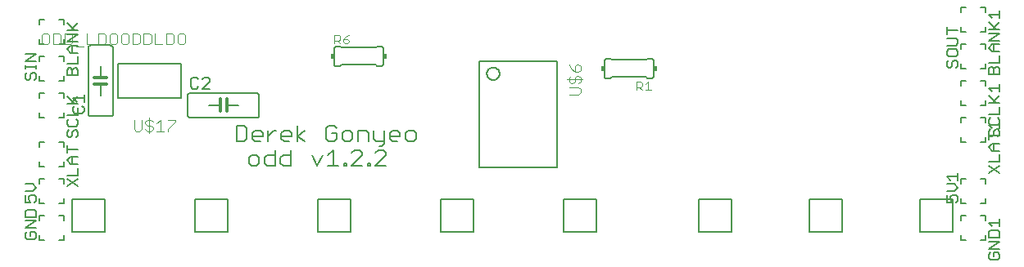
<source format=gto>
G75*
G70*
%OFA0B0*%
%FSLAX24Y24*%
%IPPOS*%
%LPD*%
%AMOC8*
5,1,8,0,0,1.08239X$1,22.5*
%
%ADD10C,0.0060*%
%ADD11C,0.0050*%
%ADD12C,0.0040*%
%ADD13R,0.0150X0.0200*%
%ADD14C,0.0120*%
D10*
X001100Y001108D02*
X001100Y001308D01*
X001100Y001108D02*
X001300Y001108D01*
X001900Y001108D02*
X002100Y001108D01*
X002100Y001308D01*
X002100Y001908D02*
X002100Y002108D01*
X001900Y002108D01*
X001300Y002108D02*
X001100Y002108D01*
X001100Y001908D01*
X001100Y002608D02*
X001100Y002808D01*
X001100Y002608D02*
X001300Y002608D01*
X001900Y002608D02*
X002100Y002608D01*
X002100Y002808D01*
X002100Y003408D02*
X002100Y003608D01*
X001900Y003608D01*
X001300Y003608D02*
X001100Y003608D01*
X001100Y003408D01*
X001100Y004108D02*
X001300Y004108D01*
X001100Y004108D02*
X001100Y004308D01*
X001900Y004108D02*
X002100Y004108D01*
X002100Y004308D01*
X002100Y004908D02*
X002100Y005108D01*
X001900Y005108D01*
X001300Y005108D02*
X001100Y005108D01*
X001100Y004908D01*
X001100Y006108D02*
X001300Y006108D01*
X001100Y006108D02*
X001100Y006308D01*
X001900Y006108D02*
X002100Y006108D01*
X002100Y006308D01*
X003100Y006258D02*
X003100Y008958D01*
X003102Y008975D01*
X003106Y008992D01*
X003113Y009008D01*
X003123Y009022D01*
X003136Y009035D01*
X003150Y009045D01*
X003166Y009052D01*
X003183Y009056D01*
X003200Y009058D01*
X004000Y009058D01*
X004017Y009056D01*
X004034Y009052D01*
X004050Y009045D01*
X004064Y009035D01*
X004077Y009022D01*
X004087Y009008D01*
X004094Y008992D01*
X004098Y008975D01*
X004100Y008958D01*
X004100Y006258D01*
X004098Y006241D01*
X004094Y006224D01*
X004087Y006208D01*
X004077Y006194D01*
X004064Y006181D01*
X004050Y006171D01*
X004034Y006164D01*
X004017Y006160D01*
X004000Y006158D01*
X003200Y006158D01*
X003183Y006160D01*
X003166Y006164D01*
X003150Y006171D01*
X003136Y006181D01*
X003123Y006194D01*
X003113Y006208D01*
X003106Y006224D01*
X003102Y006241D01*
X003100Y006258D01*
X002100Y006908D02*
X002100Y007108D01*
X001900Y007108D01*
X001300Y007108D02*
X001100Y007108D01*
X001100Y006908D01*
X001100Y007608D02*
X001100Y007808D01*
X001100Y007608D02*
X001300Y007608D01*
X001900Y007608D02*
X002100Y007608D01*
X002100Y007808D01*
X003600Y007738D02*
X003600Y008208D01*
X002100Y008408D02*
X002100Y008608D01*
X001900Y008608D01*
X001300Y008608D02*
X001100Y008608D01*
X001100Y008408D01*
X001100Y009108D02*
X001300Y009108D01*
X001100Y009108D02*
X001100Y009308D01*
X001900Y009108D02*
X002100Y009108D01*
X002100Y009308D01*
X002100Y009908D02*
X002100Y010108D01*
X001900Y010108D01*
X001300Y010108D02*
X001100Y010108D01*
X001100Y009908D01*
X003600Y007488D02*
X003600Y007008D01*
X007150Y007008D02*
X007150Y006208D01*
X007152Y006191D01*
X007156Y006174D01*
X007163Y006158D01*
X007173Y006144D01*
X007186Y006131D01*
X007200Y006121D01*
X007216Y006114D01*
X007233Y006110D01*
X007250Y006108D01*
X009950Y006108D01*
X009967Y006110D01*
X009984Y006114D01*
X010000Y006121D01*
X010014Y006131D01*
X010027Y006144D01*
X010037Y006158D01*
X010044Y006174D01*
X010048Y006191D01*
X010050Y006208D01*
X010050Y007008D01*
X010048Y007025D01*
X010044Y007042D01*
X010037Y007058D01*
X010027Y007072D01*
X010014Y007085D01*
X010000Y007095D01*
X009984Y007102D01*
X009967Y007106D01*
X009950Y007108D01*
X007250Y007108D01*
X007233Y007106D01*
X007216Y007102D01*
X007200Y007095D01*
X007186Y007085D01*
X007173Y007072D01*
X007163Y007058D01*
X007156Y007042D01*
X007152Y007025D01*
X007150Y007008D01*
X008000Y006608D02*
X008480Y006608D01*
X008730Y006608D02*
X009200Y006608D01*
X009130Y005779D02*
X009450Y005779D01*
X009557Y005672D01*
X009557Y005245D01*
X009450Y005138D01*
X009130Y005138D01*
X009130Y005779D01*
X009775Y005459D02*
X009881Y005565D01*
X010095Y005565D01*
X010202Y005459D01*
X010202Y005352D01*
X009775Y005352D01*
X009775Y005245D02*
X009775Y005459D01*
X010419Y005565D02*
X010419Y005138D01*
X010095Y005138D02*
X009881Y005138D01*
X009775Y005245D01*
X010419Y005352D02*
X010633Y005565D01*
X010739Y005565D01*
X010956Y005459D02*
X011063Y005565D01*
X011276Y005565D01*
X011383Y005459D01*
X011383Y005352D01*
X010956Y005352D01*
X010956Y005245D02*
X010956Y005459D01*
X011601Y005352D02*
X011921Y005565D01*
X011601Y005352D02*
X011921Y005138D01*
X011601Y005138D02*
X011601Y005779D01*
X012782Y005672D02*
X012782Y005245D01*
X012889Y005138D01*
X013103Y005138D01*
X013209Y005245D01*
X013209Y005459D01*
X012996Y005459D01*
X013427Y005459D02*
X013534Y005565D01*
X013747Y005565D01*
X013854Y005459D01*
X013854Y005245D01*
X013747Y005138D01*
X013534Y005138D01*
X013427Y005245D01*
X013427Y005459D01*
X014072Y005565D02*
X014392Y005565D01*
X014499Y005459D01*
X014499Y005138D01*
X014716Y005245D02*
X014823Y005138D01*
X015143Y005138D01*
X015143Y005031D02*
X015036Y004925D01*
X014930Y004925D01*
X014893Y004779D02*
X014786Y004672D01*
X014893Y004779D02*
X015107Y004779D01*
X015213Y004672D01*
X015213Y004565D01*
X014786Y004138D01*
X015213Y004138D01*
X014571Y004138D02*
X014464Y004138D01*
X014464Y004245D01*
X014571Y004245D01*
X014571Y004138D01*
X014247Y004138D02*
X013820Y004138D01*
X014247Y004565D01*
X014247Y004672D01*
X014140Y004779D01*
X013926Y004779D01*
X013820Y004672D01*
X013066Y004779D02*
X013066Y004138D01*
X012853Y004138D02*
X013280Y004138D01*
X013497Y004138D02*
X013497Y004245D01*
X013604Y004245D01*
X013604Y004138D01*
X013497Y004138D01*
X012635Y004565D02*
X012422Y004138D01*
X012208Y004565D01*
X012853Y004565D02*
X013066Y004779D01*
X014072Y005138D02*
X014072Y005565D01*
X014716Y005565D02*
X014716Y005245D01*
X015361Y005245D02*
X015361Y005459D01*
X015467Y005565D01*
X015681Y005565D01*
X015788Y005459D01*
X015788Y005352D01*
X015361Y005352D01*
X015361Y005245D02*
X015467Y005138D01*
X015681Y005138D01*
X016005Y005245D02*
X016112Y005138D01*
X016325Y005138D01*
X016432Y005245D01*
X016432Y005459D01*
X016325Y005565D01*
X016112Y005565D01*
X016005Y005459D01*
X016005Y005245D01*
X015143Y005031D02*
X015143Y005565D01*
X013209Y005672D02*
X013103Y005779D01*
X012889Y005779D01*
X012782Y005672D01*
X011063Y005138D02*
X010956Y005245D01*
X011063Y005138D02*
X011276Y005138D01*
X011346Y004779D02*
X011346Y004138D01*
X011026Y004138D01*
X010919Y004245D01*
X010919Y004459D01*
X011026Y004565D01*
X011346Y004565D01*
X010702Y004565D02*
X010381Y004565D01*
X010275Y004459D01*
X010275Y004245D01*
X010381Y004138D01*
X010702Y004138D01*
X010702Y004779D01*
X010057Y004459D02*
X009950Y004565D01*
X009737Y004565D01*
X009630Y004459D01*
X009630Y004245D01*
X009737Y004138D01*
X009950Y004138D01*
X010057Y004245D01*
X010057Y004459D01*
X013200Y008208D02*
X013350Y008208D01*
X013400Y008258D01*
X014800Y008258D01*
X014850Y008208D01*
X015000Y008208D01*
X015017Y008210D01*
X015034Y008214D01*
X015050Y008221D01*
X015064Y008231D01*
X015077Y008244D01*
X015087Y008258D01*
X015094Y008274D01*
X015098Y008291D01*
X015100Y008308D01*
X015100Y008908D01*
X015098Y008925D01*
X015094Y008942D01*
X015087Y008958D01*
X015077Y008972D01*
X015064Y008985D01*
X015050Y008995D01*
X015034Y009002D01*
X015017Y009006D01*
X015000Y009008D01*
X014850Y009008D01*
X014800Y008958D01*
X013400Y008958D01*
X013350Y009008D01*
X013200Y009008D01*
X013183Y009006D01*
X013166Y009002D01*
X013150Y008995D01*
X013136Y008985D01*
X013123Y008972D01*
X013113Y008958D01*
X013106Y008942D01*
X013102Y008925D01*
X013100Y008908D01*
X013100Y008308D01*
X013102Y008291D01*
X013106Y008274D01*
X013113Y008258D01*
X013123Y008244D01*
X013136Y008231D01*
X013150Y008221D01*
X013166Y008214D01*
X013183Y008210D01*
X013200Y008208D01*
X024100Y008408D02*
X024100Y007808D01*
X024102Y007791D01*
X024106Y007774D01*
X024113Y007758D01*
X024123Y007744D01*
X024136Y007731D01*
X024150Y007721D01*
X024166Y007714D01*
X024183Y007710D01*
X024200Y007708D01*
X024350Y007708D01*
X024400Y007758D01*
X025800Y007758D01*
X025850Y007708D01*
X026000Y007708D01*
X026017Y007710D01*
X026034Y007714D01*
X026050Y007721D01*
X026064Y007731D01*
X026077Y007744D01*
X026087Y007758D01*
X026094Y007774D01*
X026098Y007791D01*
X026100Y007808D01*
X026100Y008408D01*
X026098Y008425D01*
X026094Y008442D01*
X026087Y008458D01*
X026077Y008472D01*
X026064Y008485D01*
X026050Y008495D01*
X026034Y008502D01*
X026017Y008506D01*
X026000Y008508D01*
X025850Y008508D01*
X025800Y008458D01*
X024400Y008458D01*
X024350Y008508D01*
X024200Y008508D01*
X024183Y008506D01*
X024166Y008502D01*
X024150Y008495D01*
X024136Y008485D01*
X024123Y008472D01*
X024113Y008458D01*
X024106Y008442D01*
X024102Y008425D01*
X024100Y008408D01*
X038600Y008308D02*
X038600Y008108D01*
X038800Y008108D01*
X039400Y008108D02*
X039600Y008108D01*
X039600Y008308D01*
X039600Y008908D02*
X039600Y009108D01*
X039400Y009108D01*
X038800Y009108D02*
X038600Y009108D01*
X038600Y008908D01*
X038600Y009608D02*
X038800Y009608D01*
X038600Y009608D02*
X038600Y009808D01*
X039400Y009608D02*
X039600Y009608D01*
X039600Y009808D01*
X039600Y010408D02*
X039600Y010608D01*
X039400Y010608D01*
X038800Y010608D02*
X038600Y010608D01*
X038600Y010408D01*
X038600Y007608D02*
X038600Y007408D01*
X038600Y007608D02*
X038800Y007608D01*
X039400Y007608D02*
X039600Y007608D01*
X039600Y007408D01*
X039600Y006808D02*
X039600Y006608D01*
X039400Y006608D01*
X038800Y006608D02*
X038600Y006608D01*
X038600Y006808D01*
X038600Y006108D02*
X038600Y005908D01*
X038600Y006108D02*
X038800Y006108D01*
X039400Y006108D02*
X039600Y006108D01*
X039600Y005908D01*
X039600Y005308D02*
X039600Y005108D01*
X039400Y005108D01*
X038800Y005108D02*
X038600Y005108D01*
X038600Y005308D01*
X038600Y003608D02*
X038600Y003408D01*
X038600Y003608D02*
X038800Y003608D01*
X039400Y003608D02*
X039600Y003608D01*
X039600Y003408D01*
X039600Y002808D02*
X039600Y002608D01*
X039400Y002608D01*
X038800Y002608D02*
X038600Y002608D01*
X038600Y002808D01*
X038600Y002108D02*
X038600Y001908D01*
X038600Y002108D02*
X038800Y002108D01*
X039400Y002108D02*
X039600Y002108D01*
X039600Y001908D01*
X039600Y001308D02*
X039600Y001108D01*
X039400Y001108D01*
X038800Y001108D02*
X038600Y001108D01*
X038600Y001308D01*
D11*
X038269Y001439D02*
X038269Y002778D01*
X036931Y002778D01*
X036931Y001439D01*
X038269Y001439D01*
X039725Y001438D02*
X039725Y001212D01*
X040175Y001212D01*
X040175Y001438D01*
X040100Y001513D01*
X039800Y001513D01*
X039725Y001438D01*
X039875Y001673D02*
X039725Y001823D01*
X040175Y001823D01*
X040175Y001673D02*
X040175Y001973D01*
X038475Y002708D02*
X038400Y002633D01*
X038475Y002708D02*
X038475Y002858D01*
X038400Y002933D01*
X038250Y002933D01*
X038175Y002858D01*
X038175Y002783D01*
X038250Y002633D01*
X038025Y002633D01*
X038025Y002933D01*
X038025Y003094D02*
X038325Y003094D01*
X038475Y003244D01*
X038325Y003394D01*
X038025Y003394D01*
X038175Y003554D02*
X038025Y003704D01*
X038475Y003704D01*
X038475Y003554D02*
X038475Y003854D01*
X039725Y003831D02*
X040175Y004132D01*
X040175Y004292D02*
X039725Y004292D01*
X039725Y004132D02*
X040175Y003831D01*
X040175Y004292D02*
X040175Y004592D01*
X040175Y004752D02*
X039875Y004752D01*
X039725Y004902D01*
X039875Y005052D01*
X040175Y005052D01*
X039950Y005052D02*
X039950Y004752D01*
X039725Y005212D02*
X039725Y005513D01*
X039725Y005556D02*
X039725Y005406D01*
X039800Y005331D01*
X039875Y005331D01*
X039950Y005406D01*
X039950Y005556D01*
X040025Y005632D01*
X040100Y005632D01*
X040175Y005556D01*
X040175Y005406D01*
X040100Y005331D01*
X040175Y005363D02*
X039725Y005363D01*
X039725Y005556D02*
X039800Y005632D01*
X039875Y005673D02*
X039725Y005823D01*
X040175Y005823D01*
X040175Y005867D02*
X040175Y006017D01*
X040100Y006092D01*
X040175Y005973D02*
X040175Y005673D01*
X040100Y005792D02*
X040175Y005867D01*
X040100Y005792D02*
X039800Y005792D01*
X039725Y005867D01*
X039725Y006017D01*
X039800Y006092D01*
X039725Y006252D02*
X040175Y006252D01*
X040175Y006552D01*
X040175Y006712D02*
X039725Y006712D01*
X039950Y006788D02*
X040175Y007013D01*
X040175Y007173D02*
X040175Y007473D01*
X040175Y007323D02*
X039725Y007323D01*
X039875Y007173D01*
X039725Y007013D02*
X040025Y006712D01*
X039950Y007871D02*
X039950Y008096D01*
X040025Y008171D01*
X040100Y008171D01*
X040175Y008096D01*
X040175Y007871D01*
X039725Y007871D01*
X039725Y008096D01*
X039800Y008171D01*
X039875Y008171D01*
X039950Y008096D01*
X039725Y008331D02*
X040175Y008331D01*
X040175Y008632D01*
X040175Y008792D02*
X039875Y008792D01*
X039725Y008942D01*
X039875Y009092D01*
X040175Y009092D01*
X040175Y009252D02*
X039725Y009252D01*
X040175Y009552D01*
X039725Y009552D01*
X039725Y009712D02*
X040175Y009712D01*
X040025Y009712D02*
X039725Y010013D01*
X039875Y010173D02*
X039725Y010323D01*
X040175Y010323D01*
X040175Y010173D02*
X040175Y010473D01*
X040175Y010013D02*
X039950Y009788D01*
X038475Y009665D02*
X038025Y009665D01*
X038025Y009815D02*
X038025Y009514D01*
X038025Y009354D02*
X038400Y009354D01*
X038475Y009279D01*
X038475Y009129D01*
X038400Y009054D01*
X038025Y009054D01*
X038100Y008894D02*
X038025Y008819D01*
X038025Y008669D01*
X038100Y008594D01*
X038400Y008594D01*
X038475Y008669D01*
X038475Y008819D01*
X038400Y008894D01*
X038100Y008894D01*
X038100Y008433D02*
X038025Y008358D01*
X038025Y008208D01*
X038100Y008133D01*
X038175Y008133D01*
X038250Y008208D01*
X038250Y008358D01*
X038325Y008433D01*
X038400Y008433D01*
X038475Y008358D01*
X038475Y008208D01*
X038400Y008133D01*
X039950Y008792D02*
X039950Y009092D01*
X022183Y008402D02*
X019017Y008402D01*
X019017Y004071D01*
X022183Y004071D01*
X022183Y008402D01*
X019320Y007900D02*
X019322Y007931D01*
X019328Y007962D01*
X019337Y007992D01*
X019350Y008021D01*
X019367Y008048D01*
X019387Y008072D01*
X019409Y008094D01*
X019435Y008113D01*
X019462Y008129D01*
X019491Y008141D01*
X019521Y008150D01*
X019552Y008155D01*
X019584Y008156D01*
X019615Y008153D01*
X019646Y008146D01*
X019676Y008136D01*
X019704Y008122D01*
X019730Y008104D01*
X019754Y008084D01*
X019775Y008060D01*
X019794Y008035D01*
X019809Y008007D01*
X019820Y007978D01*
X019828Y007947D01*
X019832Y007916D01*
X019832Y007884D01*
X019828Y007853D01*
X019820Y007822D01*
X019809Y007793D01*
X019794Y007765D01*
X019775Y007740D01*
X019754Y007716D01*
X019730Y007696D01*
X019704Y007678D01*
X019676Y007664D01*
X019646Y007654D01*
X019615Y007647D01*
X019584Y007644D01*
X019552Y007645D01*
X019521Y007650D01*
X019491Y007659D01*
X019462Y007671D01*
X019435Y007687D01*
X019409Y007706D01*
X019387Y007728D01*
X019367Y007752D01*
X019350Y007779D01*
X019337Y007808D01*
X019328Y007838D01*
X019322Y007869D01*
X019320Y007900D01*
X008036Y007659D02*
X008036Y007583D01*
X007735Y007283D01*
X008036Y007283D01*
X007575Y007358D02*
X007500Y007283D01*
X007350Y007283D01*
X007275Y007358D01*
X007275Y007659D01*
X007350Y007734D01*
X007500Y007734D01*
X007575Y007659D01*
X007735Y007659D02*
X007810Y007734D01*
X007961Y007734D01*
X008036Y007659D01*
X006880Y008297D02*
X006880Y006919D01*
X004320Y006919D01*
X004320Y008297D01*
X006880Y008297D01*
X002675Y008292D02*
X002675Y008592D01*
X002675Y008752D02*
X002375Y008752D01*
X002225Y008902D01*
X002375Y009052D01*
X002675Y009052D01*
X002450Y009052D02*
X002450Y008752D01*
X002225Y008292D02*
X002675Y008292D01*
X002600Y008132D02*
X002675Y008056D01*
X002675Y007831D01*
X002225Y007831D01*
X002225Y008056D01*
X002300Y008132D01*
X002375Y008132D01*
X002450Y008056D01*
X002450Y007831D01*
X002450Y008056D02*
X002525Y008132D01*
X002600Y008132D01*
X000975Y008169D02*
X000525Y008169D01*
X000525Y008094D02*
X000525Y008244D01*
X000525Y008401D02*
X000975Y008701D01*
X000525Y008701D01*
X000525Y008401D02*
X000975Y008401D01*
X000975Y008244D02*
X000975Y008094D01*
X000900Y007933D02*
X000975Y007858D01*
X000975Y007708D01*
X000900Y007633D01*
X000750Y007708D02*
X000750Y007858D01*
X000825Y007933D01*
X000900Y007933D01*
X000600Y007933D02*
X000525Y007858D01*
X000525Y007708D01*
X000600Y007633D01*
X000675Y007633D01*
X000750Y007708D01*
X002225Y006973D02*
X002525Y006673D01*
X002550Y006583D02*
X002475Y006508D01*
X002475Y006358D01*
X002550Y006283D01*
X002850Y006283D01*
X002925Y006358D01*
X002925Y006508D01*
X002850Y006583D01*
X002675Y006513D02*
X002675Y006212D01*
X002225Y006212D01*
X002300Y006052D02*
X002225Y005977D01*
X002225Y005827D01*
X002300Y005752D01*
X002600Y005752D01*
X002675Y005827D01*
X002675Y005977D01*
X002600Y006052D01*
X002600Y005592D02*
X002675Y005517D01*
X002675Y005367D01*
X002600Y005292D01*
X002450Y005367D02*
X002450Y005517D01*
X002525Y005592D01*
X002600Y005592D01*
X002300Y005592D02*
X002225Y005517D01*
X002225Y005367D01*
X002300Y005292D01*
X002375Y005292D01*
X002450Y005367D01*
X002225Y004973D02*
X002225Y004673D01*
X002375Y004513D02*
X002675Y004513D01*
X002450Y004513D02*
X002450Y004212D01*
X002375Y004212D02*
X002675Y004212D01*
X002675Y004052D02*
X002675Y003752D01*
X002225Y003752D01*
X002225Y003592D02*
X002675Y003292D01*
X002675Y003592D02*
X002225Y003292D01*
X000975Y003244D02*
X000825Y003094D01*
X000525Y003094D01*
X000525Y002933D02*
X000525Y002633D01*
X000750Y002633D01*
X000675Y002783D01*
X000675Y002858D01*
X000750Y002933D01*
X000900Y002933D01*
X000975Y002858D01*
X000975Y002708D01*
X000900Y002633D01*
X000900Y002354D02*
X000600Y002354D01*
X000525Y002279D01*
X000525Y002054D01*
X000975Y002054D01*
X000975Y002279D01*
X000900Y002354D01*
X002431Y002778D02*
X003769Y002778D01*
X003769Y001439D01*
X002431Y001439D01*
X002431Y002778D01*
X000975Y003244D02*
X000825Y003394D01*
X000525Y003394D01*
X002225Y004363D02*
X002375Y004212D01*
X002225Y004363D02*
X002375Y004513D01*
X002225Y004823D02*
X002675Y004823D01*
X002675Y006673D02*
X002225Y006673D01*
X002450Y006748D02*
X002675Y006973D01*
X002475Y006894D02*
X002925Y006894D01*
X002925Y006744D02*
X002925Y007044D01*
X002625Y006744D02*
X002475Y006894D01*
X002675Y009212D02*
X002225Y009212D01*
X002675Y009513D01*
X002225Y009513D01*
X002225Y009673D02*
X002675Y009673D01*
X002525Y009673D02*
X002225Y009973D01*
X002450Y009748D02*
X002675Y009973D01*
X007431Y002778D02*
X008769Y002778D01*
X008769Y001439D01*
X007431Y001439D01*
X007431Y002778D01*
X012431Y002778D02*
X012431Y001439D01*
X013769Y001439D01*
X013769Y002778D01*
X012431Y002778D01*
X017431Y002778D02*
X017431Y001439D01*
X018769Y001439D01*
X018769Y002778D01*
X017431Y002778D01*
X022431Y002778D02*
X022431Y001439D01*
X023769Y001439D01*
X023769Y002778D01*
X022431Y002778D01*
X027931Y002778D02*
X027931Y001439D01*
X029269Y001439D01*
X029269Y002778D01*
X027931Y002778D01*
X032431Y002778D02*
X033769Y002778D01*
X033769Y001439D01*
X032431Y001439D01*
X032431Y002778D01*
X039725Y001052D02*
X040175Y001052D01*
X039725Y000752D01*
X040175Y000752D01*
X040100Y000592D02*
X039950Y000592D01*
X039950Y000442D01*
X040100Y000592D02*
X040175Y000517D01*
X040175Y000367D01*
X040100Y000292D01*
X039800Y000292D01*
X039725Y000367D01*
X039725Y000517D01*
X039800Y000592D01*
X000975Y001208D02*
X000975Y001358D01*
X000900Y001433D01*
X000750Y001433D01*
X000750Y001283D01*
X000600Y001133D02*
X000900Y001133D01*
X000975Y001208D01*
X000600Y001133D02*
X000525Y001208D01*
X000525Y001358D01*
X000600Y001433D01*
X000525Y001594D02*
X000975Y001894D01*
X000525Y001894D01*
X000525Y001594D02*
X000975Y001594D01*
D12*
X005573Y005477D02*
X005573Y006091D01*
X005497Y006014D02*
X005650Y006014D01*
X005727Y005937D01*
X005880Y005860D02*
X006034Y006014D01*
X006034Y005553D01*
X006187Y005553D02*
X005880Y005553D01*
X005727Y005630D02*
X005727Y005707D01*
X005650Y005784D01*
X005497Y005784D01*
X005420Y005860D01*
X005420Y005937D01*
X005497Y006014D01*
X005266Y006014D02*
X005266Y005630D01*
X005190Y005553D01*
X005036Y005553D01*
X004960Y005630D01*
X004960Y006014D01*
X005420Y005630D02*
X005497Y005553D01*
X005650Y005553D01*
X005727Y005630D01*
X006341Y005630D02*
X006341Y005553D01*
X006341Y005630D02*
X006648Y005937D01*
X006648Y006014D01*
X006341Y006014D01*
X002898Y009020D02*
X002591Y009020D01*
X002437Y009173D02*
X002361Y009097D01*
X002130Y009097D01*
X002130Y009557D01*
X002361Y009557D01*
X002437Y009480D01*
X002437Y009173D01*
X003051Y009097D02*
X003358Y009097D01*
X003512Y009097D02*
X003742Y009097D01*
X003819Y009173D01*
X003819Y009480D01*
X003742Y009557D01*
X003512Y009557D01*
X003512Y009097D01*
X003051Y009097D02*
X003051Y009557D01*
X003972Y009480D02*
X003972Y009173D01*
X004049Y009097D01*
X004202Y009097D01*
X004279Y009173D01*
X004279Y009480D01*
X004202Y009557D01*
X004049Y009557D01*
X003972Y009480D01*
X004432Y009480D02*
X004432Y009173D01*
X004509Y009097D01*
X004663Y009097D01*
X004739Y009173D01*
X004739Y009480D01*
X004663Y009557D01*
X004509Y009557D01*
X004432Y009480D01*
X004893Y009557D02*
X005123Y009557D01*
X005200Y009480D01*
X005200Y009173D01*
X005123Y009097D01*
X004893Y009097D01*
X004893Y009557D01*
X005353Y009557D02*
X005583Y009557D01*
X005660Y009480D01*
X005660Y009173D01*
X005583Y009097D01*
X005353Y009097D01*
X005353Y009557D01*
X005814Y009557D02*
X005814Y009097D01*
X006121Y009097D01*
X006274Y009097D02*
X006504Y009097D01*
X006581Y009173D01*
X006581Y009480D01*
X006504Y009557D01*
X006274Y009557D01*
X006274Y009097D01*
X006734Y009173D02*
X006811Y009097D01*
X006965Y009097D01*
X007041Y009173D01*
X007041Y009480D01*
X006965Y009557D01*
X006811Y009557D01*
X006734Y009480D01*
X006734Y009173D01*
X001977Y009173D02*
X001977Y009480D01*
X001900Y009557D01*
X001670Y009557D01*
X001670Y009097D01*
X001900Y009097D01*
X001977Y009173D01*
X001517Y009173D02*
X001517Y009480D01*
X001440Y009557D01*
X001286Y009557D01*
X001210Y009480D01*
X001210Y009173D01*
X001286Y009097D01*
X001440Y009097D01*
X001517Y009173D01*
X013120Y009138D02*
X013120Y009489D01*
X013295Y009489D01*
X013354Y009430D01*
X013354Y009313D01*
X013295Y009255D01*
X013120Y009255D01*
X013237Y009255D02*
X013354Y009138D01*
X013479Y009197D02*
X013537Y009138D01*
X013654Y009138D01*
X013713Y009197D01*
X013713Y009255D01*
X013654Y009313D01*
X013479Y009313D01*
X013479Y009197D01*
X013479Y009313D02*
X013596Y009430D01*
X013713Y009489D01*
X022667Y008278D02*
X022744Y008124D01*
X022897Y007971D01*
X022897Y008201D01*
X022974Y008278D01*
X023051Y008278D01*
X023127Y008201D01*
X023127Y008048D01*
X023051Y007971D01*
X022897Y007971D01*
X022974Y007818D02*
X022897Y007741D01*
X022897Y007587D01*
X022820Y007511D01*
X022744Y007511D01*
X022667Y007587D01*
X022667Y007741D01*
X022744Y007818D01*
X022590Y007664D02*
X023204Y007664D01*
X023127Y007587D02*
X023051Y007511D01*
X023127Y007587D02*
X023127Y007741D01*
X023051Y007818D01*
X022974Y007818D01*
X023051Y007357D02*
X022667Y007357D01*
X023051Y007357D02*
X023127Y007280D01*
X023127Y007127D01*
X023051Y007050D01*
X022667Y007050D01*
X025402Y007228D02*
X025402Y007579D01*
X025577Y007579D01*
X025635Y007520D01*
X025635Y007403D01*
X025577Y007345D01*
X025402Y007345D01*
X025519Y007345D02*
X025635Y007228D01*
X025761Y007228D02*
X025994Y007228D01*
X025878Y007228D02*
X025878Y007579D01*
X025761Y007462D01*
D13*
X026175Y008108D03*
X024025Y008108D03*
X015175Y008608D03*
X013025Y008608D03*
D14*
X008730Y006858D02*
X008730Y006608D01*
X008730Y006358D01*
X008480Y006358D02*
X008480Y006608D01*
X008480Y006858D01*
X003850Y007488D02*
X003600Y007488D01*
X003350Y007488D01*
X003350Y007738D02*
X003600Y007738D01*
X003850Y007738D01*
M02*

</source>
